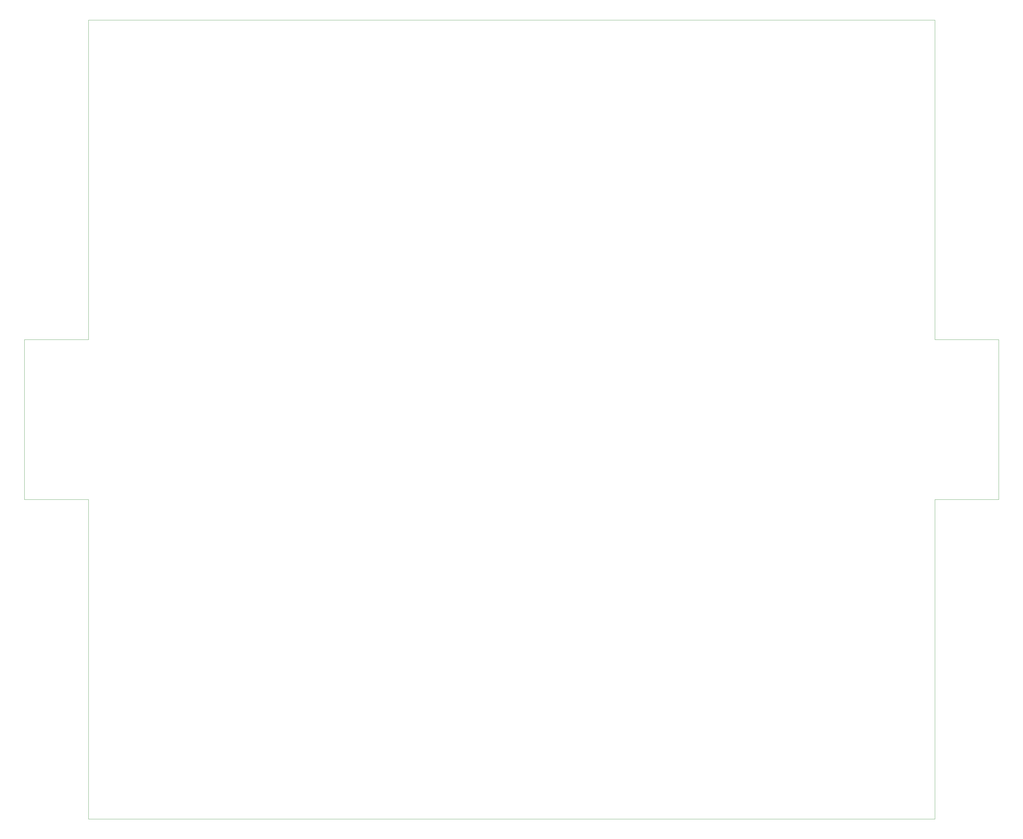
<source format=gbr>
G04 #@! TF.GenerationSoftware,KiCad,Pcbnew,(5.1.2)-1*
G04 #@! TF.CreationDate,2019-06-06T17:06:26+02:00*
G04 #@! TF.ProjectId,SBD electrode by JLCPCB,53424420-656c-4656-9374-726f64652062,1.0.1*
G04 #@! TF.SameCoordinates,Original*
G04 #@! TF.FileFunction,Profile,NP*
%FSLAX46Y46*%
G04 Gerber Fmt 4.6, Leading zero omitted, Abs format (unit mm)*
G04 Created by KiCad (PCBNEW (5.1.2)-1) date 2019-06-06 17:06:26*
%MOMM*%
%LPD*%
G04 APERTURE LIST*
%ADD10C,0.050000*%
G04 APERTURE END LIST*
D10*
X315800000Y-115240000D02*
X315800000Y-15240000D01*
X335800000Y-115240000D02*
X315800000Y-115240000D01*
X335800000Y-165240000D02*
X335800000Y-115240000D01*
X315800000Y-165240000D02*
X335800000Y-165240000D01*
X30800000Y-165240000D02*
X50800000Y-165240000D01*
X30800000Y-115240000D02*
X30800000Y-165240000D01*
X50800000Y-115240000D02*
X30800000Y-115240000D01*
X50800000Y-165240000D02*
X50800000Y-265240000D01*
X50800000Y-15240000D02*
X50800000Y-115240000D01*
X315800000Y-265240000D02*
X315800000Y-165240000D01*
X315800000Y-15240000D02*
X50800000Y-15240000D01*
X50800000Y-265240000D02*
X315800000Y-265240000D01*
M02*

</source>
